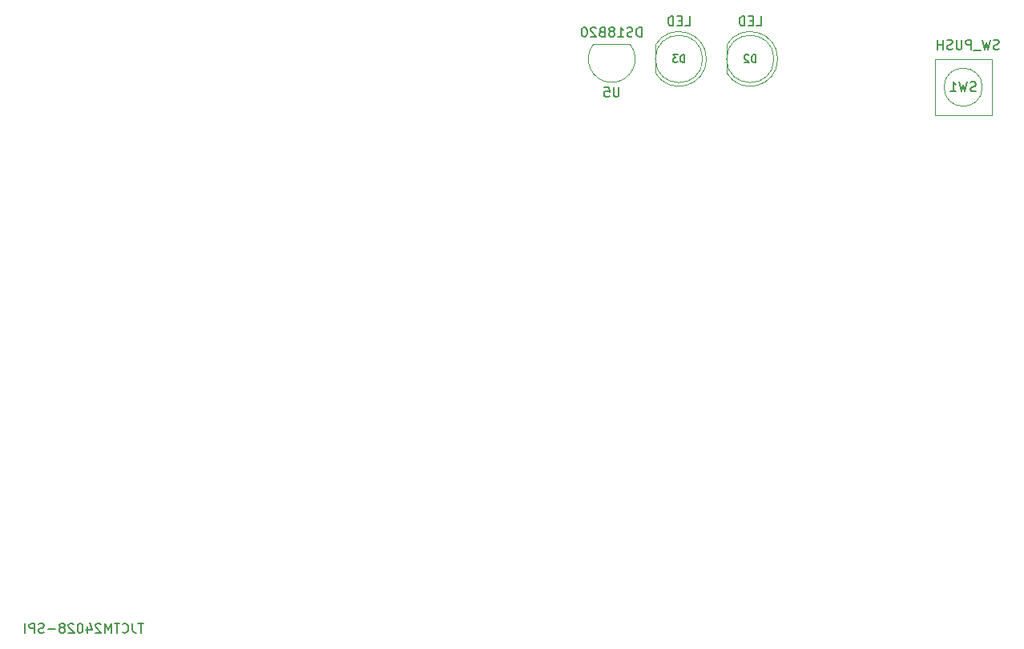
<source format=gbr>
G04 #@! TF.GenerationSoftware,KiCad,Pcbnew,5.1.5+dfsg1-2build2*
G04 #@! TF.CreationDate,2021-09-10T16:14:55+02:00*
G04 #@! TF.ProjectId,cronotempNuevo,63726f6e-6f74-4656-9d70-4e7565766f2e,rev?*
G04 #@! TF.SameCoordinates,Original*
G04 #@! TF.FileFunction,Other,Fab,Bot*
%FSLAX46Y46*%
G04 Gerber Fmt 4.6, Leading zero omitted, Abs format (unit mm)*
G04 Created by KiCad (PCBNEW 5.1.5+dfsg1-2build2) date 2021-09-10 16:14:55*
%MOMM*%
%LPD*%
G04 APERTURE LIST*
%ADD10C,0.100000*%
%ADD11C,0.150000*%
%ADD12C,0.200000*%
G04 APERTURE END LIST*
D10*
X127470000Y-112469694D02*
X127470000Y-109530306D01*
X132470000Y-111000000D02*
G75*
G03X132470000Y-111000000I-2500000J0D01*
G01*
X127469984Y-109530334D02*
G75*
G02X127470000Y-112469694I2500016J-1469666D01*
G01*
X135000000Y-112469694D02*
X135000000Y-109530306D01*
X140000000Y-111000000D02*
G75*
G03X140000000Y-111000000I-2500000J0D01*
G01*
X134999984Y-109530334D02*
G75*
G02X135000000Y-112469694I2500016J-1469666D01*
G01*
X160000000Y-116990000D02*
X163000000Y-116990000D01*
X163000000Y-116990000D02*
X163000000Y-110990000D01*
X163000000Y-110990000D02*
X157000000Y-110990000D01*
X157000000Y-110990000D02*
X157000000Y-116990000D01*
X157000000Y-116990000D02*
X160000000Y-116990000D01*
X162015564Y-113990000D02*
G75*
G03X162015564Y-113990000I-2015564J0D01*
G01*
X120974000Y-109400000D02*
X124724000Y-109400000D01*
X124765103Y-109407453D02*
G75*
G02X122864000Y-113480000I-1901103J-1592547D01*
G01*
X120971182Y-109397615D02*
G75*
G03X122864000Y-113480000I1892818J-1602385D01*
G01*
D11*
X73397333Y-170720380D02*
X72825904Y-170720380D01*
X73111619Y-171720380D02*
X73111619Y-170720380D01*
X72206857Y-170720380D02*
X72206857Y-171434666D01*
X72254476Y-171577523D01*
X72349714Y-171672761D01*
X72492571Y-171720380D01*
X72587809Y-171720380D01*
X71159238Y-171625142D02*
X71206857Y-171672761D01*
X71349714Y-171720380D01*
X71444952Y-171720380D01*
X71587809Y-171672761D01*
X71683047Y-171577523D01*
X71730666Y-171482285D01*
X71778285Y-171291809D01*
X71778285Y-171148952D01*
X71730666Y-170958476D01*
X71683047Y-170863238D01*
X71587809Y-170768000D01*
X71444952Y-170720380D01*
X71349714Y-170720380D01*
X71206857Y-170768000D01*
X71159238Y-170815619D01*
X70873523Y-170720380D02*
X70302095Y-170720380D01*
X70587809Y-171720380D02*
X70587809Y-170720380D01*
X69968761Y-171720380D02*
X69968761Y-170720380D01*
X69635428Y-171434666D01*
X69302095Y-170720380D01*
X69302095Y-171720380D01*
X68873523Y-170815619D02*
X68825904Y-170768000D01*
X68730666Y-170720380D01*
X68492571Y-170720380D01*
X68397333Y-170768000D01*
X68349714Y-170815619D01*
X68302095Y-170910857D01*
X68302095Y-171006095D01*
X68349714Y-171148952D01*
X68921142Y-171720380D01*
X68302095Y-171720380D01*
X67444952Y-171053714D02*
X67444952Y-171720380D01*
X67683047Y-170672761D02*
X67921142Y-171387047D01*
X67302095Y-171387047D01*
X66730666Y-170720380D02*
X66635428Y-170720380D01*
X66540190Y-170768000D01*
X66492571Y-170815619D01*
X66444952Y-170910857D01*
X66397333Y-171101333D01*
X66397333Y-171339428D01*
X66444952Y-171529904D01*
X66492571Y-171625142D01*
X66540190Y-171672761D01*
X66635428Y-171720380D01*
X66730666Y-171720380D01*
X66825904Y-171672761D01*
X66873523Y-171625142D01*
X66921142Y-171529904D01*
X66968761Y-171339428D01*
X66968761Y-171101333D01*
X66921142Y-170910857D01*
X66873523Y-170815619D01*
X66825904Y-170768000D01*
X66730666Y-170720380D01*
X66016380Y-170815619D02*
X65968761Y-170768000D01*
X65873523Y-170720380D01*
X65635428Y-170720380D01*
X65540190Y-170768000D01*
X65492571Y-170815619D01*
X65444952Y-170910857D01*
X65444952Y-171006095D01*
X65492571Y-171148952D01*
X66064000Y-171720380D01*
X65444952Y-171720380D01*
X64873523Y-171148952D02*
X64968761Y-171101333D01*
X65016380Y-171053714D01*
X65064000Y-170958476D01*
X65064000Y-170910857D01*
X65016380Y-170815619D01*
X64968761Y-170768000D01*
X64873523Y-170720380D01*
X64683047Y-170720380D01*
X64587809Y-170768000D01*
X64540190Y-170815619D01*
X64492571Y-170910857D01*
X64492571Y-170958476D01*
X64540190Y-171053714D01*
X64587809Y-171101333D01*
X64683047Y-171148952D01*
X64873523Y-171148952D01*
X64968761Y-171196571D01*
X65016380Y-171244190D01*
X65064000Y-171339428D01*
X65064000Y-171529904D01*
X65016380Y-171625142D01*
X64968761Y-171672761D01*
X64873523Y-171720380D01*
X64683047Y-171720380D01*
X64587809Y-171672761D01*
X64540190Y-171625142D01*
X64492571Y-171529904D01*
X64492571Y-171339428D01*
X64540190Y-171244190D01*
X64587809Y-171196571D01*
X64683047Y-171148952D01*
X64064000Y-171339428D02*
X63302095Y-171339428D01*
X62873523Y-171672761D02*
X62730666Y-171720380D01*
X62492571Y-171720380D01*
X62397333Y-171672761D01*
X62349714Y-171625142D01*
X62302095Y-171529904D01*
X62302095Y-171434666D01*
X62349714Y-171339428D01*
X62397333Y-171291809D01*
X62492571Y-171244190D01*
X62683047Y-171196571D01*
X62778285Y-171148952D01*
X62825904Y-171101333D01*
X62873523Y-171006095D01*
X62873523Y-170910857D01*
X62825904Y-170815619D01*
X62778285Y-170768000D01*
X62683047Y-170720380D01*
X62444952Y-170720380D01*
X62302095Y-170768000D01*
X61873523Y-171720380D02*
X61873523Y-170720380D01*
X61492571Y-170720380D01*
X61397333Y-170768000D01*
X61349714Y-170815619D01*
X61302095Y-170910857D01*
X61302095Y-171053714D01*
X61349714Y-171148952D01*
X61397333Y-171196571D01*
X61492571Y-171244190D01*
X61873523Y-171244190D01*
X60873523Y-171720380D02*
X60873523Y-170720380D01*
X130612857Y-107492380D02*
X131089047Y-107492380D01*
X131089047Y-106492380D01*
X130279523Y-106968571D02*
X129946190Y-106968571D01*
X129803333Y-107492380D02*
X130279523Y-107492380D01*
X130279523Y-106492380D01*
X129803333Y-106492380D01*
X129374761Y-107492380D02*
X129374761Y-106492380D01*
X129136666Y-106492380D01*
X128993809Y-106540000D01*
X128898571Y-106635238D01*
X128850952Y-106730476D01*
X128803333Y-106920952D01*
X128803333Y-107063809D01*
X128850952Y-107254285D01*
X128898571Y-107349523D01*
X128993809Y-107444761D01*
X129136666Y-107492380D01*
X129374761Y-107492380D01*
D12*
X130540476Y-111361904D02*
X130540476Y-110561904D01*
X130350000Y-110561904D01*
X130235714Y-110600000D01*
X130159523Y-110676190D01*
X130121428Y-110752380D01*
X130083333Y-110904761D01*
X130083333Y-111019047D01*
X130121428Y-111171428D01*
X130159523Y-111247619D01*
X130235714Y-111323809D01*
X130350000Y-111361904D01*
X130540476Y-111361904D01*
X129816666Y-110561904D02*
X129321428Y-110561904D01*
X129588095Y-110866666D01*
X129473809Y-110866666D01*
X129397619Y-110904761D01*
X129359523Y-110942857D01*
X129321428Y-111019047D01*
X129321428Y-111209523D01*
X129359523Y-111285714D01*
X129397619Y-111323809D01*
X129473809Y-111361904D01*
X129702380Y-111361904D01*
X129778571Y-111323809D01*
X129816666Y-111285714D01*
D11*
X138142857Y-107492380D02*
X138619047Y-107492380D01*
X138619047Y-106492380D01*
X137809523Y-106968571D02*
X137476190Y-106968571D01*
X137333333Y-107492380D02*
X137809523Y-107492380D01*
X137809523Y-106492380D01*
X137333333Y-106492380D01*
X136904761Y-107492380D02*
X136904761Y-106492380D01*
X136666666Y-106492380D01*
X136523809Y-106540000D01*
X136428571Y-106635238D01*
X136380952Y-106730476D01*
X136333333Y-106920952D01*
X136333333Y-107063809D01*
X136380952Y-107254285D01*
X136428571Y-107349523D01*
X136523809Y-107444761D01*
X136666666Y-107492380D01*
X136904761Y-107492380D01*
D12*
X138070476Y-111361904D02*
X138070476Y-110561904D01*
X137880000Y-110561904D01*
X137765714Y-110600000D01*
X137689523Y-110676190D01*
X137651428Y-110752380D01*
X137613333Y-110904761D01*
X137613333Y-111019047D01*
X137651428Y-111171428D01*
X137689523Y-111247619D01*
X137765714Y-111323809D01*
X137880000Y-111361904D01*
X138070476Y-111361904D01*
X137308571Y-110638095D02*
X137270476Y-110600000D01*
X137194285Y-110561904D01*
X137003809Y-110561904D01*
X136927619Y-110600000D01*
X136889523Y-110638095D01*
X136851428Y-110714285D01*
X136851428Y-110790476D01*
X136889523Y-110904761D01*
X137346666Y-111361904D01*
X136851428Y-111361904D01*
D11*
X163761904Y-109944761D02*
X163619047Y-109992380D01*
X163380952Y-109992380D01*
X163285714Y-109944761D01*
X163238095Y-109897142D01*
X163190476Y-109801904D01*
X163190476Y-109706666D01*
X163238095Y-109611428D01*
X163285714Y-109563809D01*
X163380952Y-109516190D01*
X163571428Y-109468571D01*
X163666666Y-109420952D01*
X163714285Y-109373333D01*
X163761904Y-109278095D01*
X163761904Y-109182857D01*
X163714285Y-109087619D01*
X163666666Y-109040000D01*
X163571428Y-108992380D01*
X163333333Y-108992380D01*
X163190476Y-109040000D01*
X162857142Y-108992380D02*
X162619047Y-109992380D01*
X162428571Y-109278095D01*
X162238095Y-109992380D01*
X162000000Y-108992380D01*
X161857142Y-110087619D02*
X161095238Y-110087619D01*
X160857142Y-109992380D02*
X160857142Y-108992380D01*
X160476190Y-108992380D01*
X160380952Y-109040000D01*
X160333333Y-109087619D01*
X160285714Y-109182857D01*
X160285714Y-109325714D01*
X160333333Y-109420952D01*
X160380952Y-109468571D01*
X160476190Y-109516190D01*
X160857142Y-109516190D01*
X159857142Y-108992380D02*
X159857142Y-109801904D01*
X159809523Y-109897142D01*
X159761904Y-109944761D01*
X159666666Y-109992380D01*
X159476190Y-109992380D01*
X159380952Y-109944761D01*
X159333333Y-109897142D01*
X159285714Y-109801904D01*
X159285714Y-108992380D01*
X158857142Y-109944761D02*
X158714285Y-109992380D01*
X158476190Y-109992380D01*
X158380952Y-109944761D01*
X158333333Y-109897142D01*
X158285714Y-109801904D01*
X158285714Y-109706666D01*
X158333333Y-109611428D01*
X158380952Y-109563809D01*
X158476190Y-109516190D01*
X158666666Y-109468571D01*
X158761904Y-109420952D01*
X158809523Y-109373333D01*
X158857142Y-109278095D01*
X158857142Y-109182857D01*
X158809523Y-109087619D01*
X158761904Y-109040000D01*
X158666666Y-108992380D01*
X158428571Y-108992380D01*
X158285714Y-109040000D01*
X157857142Y-109992380D02*
X157857142Y-108992380D01*
X157857142Y-109468571D02*
X157285714Y-109468571D01*
X157285714Y-109992380D02*
X157285714Y-108992380D01*
X161333333Y-114394761D02*
X161190476Y-114442380D01*
X160952380Y-114442380D01*
X160857142Y-114394761D01*
X160809523Y-114347142D01*
X160761904Y-114251904D01*
X160761904Y-114156666D01*
X160809523Y-114061428D01*
X160857142Y-114013809D01*
X160952380Y-113966190D01*
X161142857Y-113918571D01*
X161238095Y-113870952D01*
X161285714Y-113823333D01*
X161333333Y-113728095D01*
X161333333Y-113632857D01*
X161285714Y-113537619D01*
X161238095Y-113490000D01*
X161142857Y-113442380D01*
X160904761Y-113442380D01*
X160761904Y-113490000D01*
X160428571Y-113442380D02*
X160190476Y-114442380D01*
X160000000Y-113728095D01*
X159809523Y-114442380D01*
X159571428Y-113442380D01*
X158666666Y-114442380D02*
X159238095Y-114442380D01*
X158952380Y-114442380D02*
X158952380Y-113442380D01*
X159047619Y-113585238D01*
X159142857Y-113680476D01*
X159238095Y-113728095D01*
X126006857Y-108662380D02*
X126006857Y-107662380D01*
X125768761Y-107662380D01*
X125625904Y-107710000D01*
X125530666Y-107805238D01*
X125483047Y-107900476D01*
X125435428Y-108090952D01*
X125435428Y-108233809D01*
X125483047Y-108424285D01*
X125530666Y-108519523D01*
X125625904Y-108614761D01*
X125768761Y-108662380D01*
X126006857Y-108662380D01*
X125054476Y-108614761D02*
X124911619Y-108662380D01*
X124673523Y-108662380D01*
X124578285Y-108614761D01*
X124530666Y-108567142D01*
X124483047Y-108471904D01*
X124483047Y-108376666D01*
X124530666Y-108281428D01*
X124578285Y-108233809D01*
X124673523Y-108186190D01*
X124864000Y-108138571D01*
X124959238Y-108090952D01*
X125006857Y-108043333D01*
X125054476Y-107948095D01*
X125054476Y-107852857D01*
X125006857Y-107757619D01*
X124959238Y-107710000D01*
X124864000Y-107662380D01*
X124625904Y-107662380D01*
X124483047Y-107710000D01*
X123530666Y-108662380D02*
X124102095Y-108662380D01*
X123816380Y-108662380D02*
X123816380Y-107662380D01*
X123911619Y-107805238D01*
X124006857Y-107900476D01*
X124102095Y-107948095D01*
X122959238Y-108090952D02*
X123054476Y-108043333D01*
X123102095Y-107995714D01*
X123149714Y-107900476D01*
X123149714Y-107852857D01*
X123102095Y-107757619D01*
X123054476Y-107710000D01*
X122959238Y-107662380D01*
X122768761Y-107662380D01*
X122673523Y-107710000D01*
X122625904Y-107757619D01*
X122578285Y-107852857D01*
X122578285Y-107900476D01*
X122625904Y-107995714D01*
X122673523Y-108043333D01*
X122768761Y-108090952D01*
X122959238Y-108090952D01*
X123054476Y-108138571D01*
X123102095Y-108186190D01*
X123149714Y-108281428D01*
X123149714Y-108471904D01*
X123102095Y-108567142D01*
X123054476Y-108614761D01*
X122959238Y-108662380D01*
X122768761Y-108662380D01*
X122673523Y-108614761D01*
X122625904Y-108567142D01*
X122578285Y-108471904D01*
X122578285Y-108281428D01*
X122625904Y-108186190D01*
X122673523Y-108138571D01*
X122768761Y-108090952D01*
X121816380Y-108138571D02*
X121673523Y-108186190D01*
X121625904Y-108233809D01*
X121578285Y-108329047D01*
X121578285Y-108471904D01*
X121625904Y-108567142D01*
X121673523Y-108614761D01*
X121768761Y-108662380D01*
X122149714Y-108662380D01*
X122149714Y-107662380D01*
X121816380Y-107662380D01*
X121721142Y-107710000D01*
X121673523Y-107757619D01*
X121625904Y-107852857D01*
X121625904Y-107948095D01*
X121673523Y-108043333D01*
X121721142Y-108090952D01*
X121816380Y-108138571D01*
X122149714Y-108138571D01*
X121197333Y-107757619D02*
X121149714Y-107710000D01*
X121054476Y-107662380D01*
X120816380Y-107662380D01*
X120721142Y-107710000D01*
X120673523Y-107757619D01*
X120625904Y-107852857D01*
X120625904Y-107948095D01*
X120673523Y-108090952D01*
X121244952Y-108662380D01*
X120625904Y-108662380D01*
X120006857Y-107662380D02*
X119911619Y-107662380D01*
X119816380Y-107710000D01*
X119768761Y-107757619D01*
X119721142Y-107852857D01*
X119673523Y-108043333D01*
X119673523Y-108281428D01*
X119721142Y-108471904D01*
X119768761Y-108567142D01*
X119816380Y-108614761D01*
X119911619Y-108662380D01*
X120006857Y-108662380D01*
X120102095Y-108614761D01*
X120149714Y-108567142D01*
X120197333Y-108471904D01*
X120244952Y-108281428D01*
X120244952Y-108043333D01*
X120197333Y-107852857D01*
X120149714Y-107757619D01*
X120102095Y-107710000D01*
X120006857Y-107662380D01*
X123625904Y-114012380D02*
X123625904Y-114821904D01*
X123578285Y-114917142D01*
X123530666Y-114964761D01*
X123435428Y-115012380D01*
X123244952Y-115012380D01*
X123149714Y-114964761D01*
X123102095Y-114917142D01*
X123054476Y-114821904D01*
X123054476Y-114012380D01*
X122102095Y-114012380D02*
X122578285Y-114012380D01*
X122625904Y-114488571D01*
X122578285Y-114440952D01*
X122483047Y-114393333D01*
X122244952Y-114393333D01*
X122149714Y-114440952D01*
X122102095Y-114488571D01*
X122054476Y-114583809D01*
X122054476Y-114821904D01*
X122102095Y-114917142D01*
X122149714Y-114964761D01*
X122244952Y-115012380D01*
X122483047Y-115012380D01*
X122578285Y-114964761D01*
X122625904Y-114917142D01*
M02*

</source>
